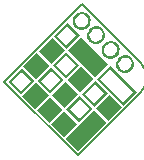
<source format=gto>
%TF.GenerationSoftware,KiCad,Pcbnew,(5.99.0-12610-g07e01e6297)*%
%TF.CreationDate,2021-11-07T21:17:50+00:00*%
%TF.ProjectId,Envoy-Switchplate,456e766f-792d-4537-9769-746368706c61,rev?*%
%TF.SameCoordinates,Original*%
%TF.FileFunction,Legend,Top*%
%TF.FilePolarity,Positive*%
%FSLAX46Y46*%
G04 Gerber Fmt 4.6, Leading zero omitted, Abs format (unit mm)*
G04 Created by KiCad (PCBNEW (5.99.0-12610-g07e01e6297)) date 2021-11-07 21:17:50*
%MOMM*%
%LPD*%
G01*
G04 APERTURE LIST*
%ADD10C,0.150000*%
G04 APERTURE END LIST*
D10*
%TO.C,G\u002A\u002A\u002A*%
X170014826Y-149976777D02*
X176237365Y-156199316D01*
X176237365Y-156199316D02*
X181519453Y-150917229D01*
X170014826Y-149976777D02*
X176590919Y-143400684D01*
X176590919Y-143400684D02*
X181526524Y-148336289D01*
X181526524Y-150910157D02*
G75*
G03*
X181526524Y-148336289I-1286934J1286934D01*
G01*
G36*
X176179626Y-153546365D02*
G01*
X175050207Y-154675784D01*
X173975882Y-153601459D01*
X175105301Y-152472040D01*
X176179626Y-153546365D01*
G37*
G36*
X176262265Y-151039606D02*
G01*
X175132847Y-152169025D01*
X174058522Y-151094700D01*
X175187940Y-149965281D01*
X176262265Y-151039606D01*
G37*
G36*
X176400000Y-151177341D02*
G01*
X177474325Y-152251666D01*
X176344906Y-153381084D01*
X175270581Y-152306759D01*
X175546049Y-152306759D01*
X176344906Y-153105617D01*
X177198857Y-152251666D01*
X176400000Y-151452808D01*
X175546049Y-152306759D01*
X175270581Y-152306759D01*
X176400000Y-151177341D01*
G37*
G36*
X175270581Y-147458523D02*
G01*
X176344906Y-148532848D01*
X175215488Y-149662266D01*
X174141163Y-148587941D01*
X174416631Y-148587941D01*
X175215488Y-149386799D01*
X176069439Y-148532848D01*
X175270581Y-147733990D01*
X174416631Y-148587941D01*
X174141163Y-148587941D01*
X175270581Y-147458523D01*
G37*
G36*
X173838148Y-148615489D02*
G01*
X172708729Y-149744907D01*
X171634404Y-148670581D01*
X172763822Y-147541163D01*
X173838148Y-148615489D01*
G37*
G36*
X178824118Y-148477754D02*
G01*
X177694699Y-149607173D01*
X175408315Y-147320789D01*
X176537734Y-146191370D01*
X178824118Y-148477754D01*
G37*
G36*
X178658837Y-153436178D02*
G01*
X176234719Y-155860296D01*
X175160394Y-154785971D01*
X177584512Y-152361853D01*
X178658837Y-153436178D01*
G37*
G36*
X178961852Y-148615489D02*
G01*
X181220689Y-150874326D01*
X180091271Y-152003744D01*
X177832434Y-149744907D01*
X178107901Y-149744907D01*
X180091271Y-151728277D01*
X180945222Y-150874326D01*
X178961852Y-148890956D01*
X178107901Y-149744907D01*
X177832434Y-149744907D01*
X178961852Y-148615489D01*
G37*
G36*
X177149981Y-146497331D02*
G01*
X177050515Y-146275121D01*
X177023010Y-146038022D01*
X177028557Y-146008542D01*
X177223197Y-146008542D01*
X177236869Y-146191446D01*
X177321150Y-146360974D01*
X177372496Y-146419896D01*
X177538693Y-146538684D01*
X177719698Y-146584120D01*
X177904906Y-146556509D01*
X178083712Y-146456151D01*
X178149015Y-146397765D01*
X178270288Y-146241397D01*
X178321167Y-146118069D01*
X178330131Y-145934498D01*
X178275210Y-145765397D01*
X178169464Y-145623164D01*
X178025946Y-145520197D01*
X177857711Y-145468892D01*
X177677818Y-145481649D01*
X177657303Y-145487677D01*
X177549988Y-145541251D01*
X177435558Y-145626097D01*
X177405458Y-145654207D01*
X177279579Y-145825163D01*
X177223197Y-146008542D01*
X177028557Y-146008542D01*
X177067563Y-145801254D01*
X177144402Y-145639392D01*
X177293690Y-145464756D01*
X177484984Y-145343582D01*
X177701503Y-145279562D01*
X177926465Y-145276393D01*
X178143089Y-145337767D01*
X178247192Y-145396638D01*
X178392141Y-145540231D01*
X178487595Y-145727842D01*
X178529592Y-145940269D01*
X178514171Y-146158306D01*
X178444016Y-146350783D01*
X178370787Y-146478797D01*
X178306158Y-146562198D01*
X178224511Y-146626370D01*
X178100228Y-146696699D01*
X178088789Y-146702761D01*
X177894065Y-146768067D01*
X177682963Y-146776884D01*
X177476168Y-146733738D01*
X177294364Y-146643156D01*
X177221091Y-146571301D01*
X177158237Y-146509665D01*
X177149981Y-146497331D01*
G37*
G36*
X173975882Y-148753222D02*
G01*
X175050207Y-149827547D01*
X173920788Y-150956966D01*
X172846463Y-149882641D01*
X173121931Y-149882641D01*
X173920788Y-150681498D01*
X174774739Y-149827547D01*
X173975882Y-149028690D01*
X173121931Y-149882641D01*
X172846463Y-149882641D01*
X173975882Y-148753222D01*
G37*
G36*
X175132848Y-147320789D02*
G01*
X174003429Y-148450207D01*
X172929103Y-147375882D01*
X174058522Y-146246463D01*
X175132848Y-147320789D01*
G37*
G36*
X179601646Y-148948996D02*
G01*
X179502179Y-148726786D01*
X179474675Y-148489687D01*
X179480222Y-148460207D01*
X179674863Y-148460207D01*
X179688534Y-148643111D01*
X179772815Y-148812639D01*
X179824161Y-148871561D01*
X179990357Y-148990349D01*
X180171363Y-149035785D01*
X180356571Y-149008174D01*
X180535377Y-148907817D01*
X180600680Y-148849430D01*
X180721953Y-148693062D01*
X180772832Y-148569734D01*
X180781796Y-148386163D01*
X180726875Y-148217062D01*
X180621129Y-148074829D01*
X180477611Y-147971862D01*
X180309376Y-147920558D01*
X180129483Y-147933314D01*
X180108968Y-147939343D01*
X180001653Y-147992916D01*
X179887223Y-148077762D01*
X179857123Y-148105873D01*
X179731244Y-148276828D01*
X179674863Y-148460207D01*
X179480222Y-148460207D01*
X179519228Y-148252919D01*
X179596067Y-148091057D01*
X179745355Y-147916421D01*
X179936648Y-147795246D01*
X180153168Y-147731227D01*
X180378130Y-147728058D01*
X180594754Y-147789432D01*
X180698857Y-147848303D01*
X180843806Y-147991896D01*
X180939260Y-148179507D01*
X180981257Y-148391934D01*
X180965836Y-148609971D01*
X180895681Y-148802448D01*
X180822452Y-148930462D01*
X180757823Y-149013863D01*
X180676176Y-149078035D01*
X180551893Y-149148364D01*
X180540455Y-149154426D01*
X180345730Y-149219732D01*
X180134628Y-149228548D01*
X179927834Y-149185403D01*
X179746029Y-149094821D01*
X179672756Y-149022966D01*
X179609901Y-148961329D01*
X179601646Y-148948996D01*
G37*
G36*
X173755508Y-151122247D02*
G01*
X172626088Y-152251666D01*
X171551763Y-151177341D01*
X172681183Y-150047922D01*
X173755508Y-151122247D01*
G37*
G36*
X177556965Y-149744906D02*
G01*
X176427547Y-150874325D01*
X175353222Y-149800000D01*
X176482640Y-148670581D01*
X177556965Y-149744906D01*
G37*
G36*
X179953537Y-152141478D02*
G01*
X178824118Y-153270897D01*
X177749793Y-152196572D01*
X178879212Y-151067153D01*
X179953537Y-152141478D01*
G37*
G36*
X177694700Y-149882641D02*
G01*
X178769025Y-150956966D01*
X177639606Y-152086385D01*
X176565281Y-151012060D01*
X176840749Y-151012060D01*
X177639606Y-151810917D01*
X178493557Y-150956966D01*
X177694700Y-150158109D01*
X176840749Y-151012060D01*
X176565281Y-151012060D01*
X177694700Y-149882641D01*
G37*
G36*
X175937921Y-145285272D02*
G01*
X175838455Y-145063062D01*
X175816290Y-144871995D01*
X176008189Y-144871995D01*
X176055338Y-145047642D01*
X176157977Y-145202189D01*
X176305762Y-145316895D01*
X176390150Y-145352441D01*
X176573409Y-145371595D01*
X176756950Y-145317504D01*
X176928692Y-145193852D01*
X176936956Y-145185706D01*
X177058229Y-145029338D01*
X177109108Y-144906009D01*
X177118071Y-144722439D01*
X177063152Y-144553338D01*
X176957405Y-144411105D01*
X176813887Y-144308138D01*
X176645652Y-144256834D01*
X176465759Y-144269590D01*
X176445244Y-144275619D01*
X176302497Y-144351762D01*
X176164985Y-144475206D01*
X176060102Y-144618557D01*
X176026870Y-144693993D01*
X176008189Y-144871995D01*
X175816290Y-144871995D01*
X175810950Y-144825962D01*
X175855504Y-144589195D01*
X175932343Y-144427333D01*
X176081631Y-144252696D01*
X176272924Y-144131522D01*
X176489444Y-144067503D01*
X176714406Y-144064334D01*
X176931029Y-144125708D01*
X177035133Y-144184579D01*
X177180082Y-144328172D01*
X177275536Y-144515783D01*
X177317533Y-144728210D01*
X177302112Y-144946247D01*
X177231956Y-145138724D01*
X177158728Y-145266738D01*
X177094099Y-145350139D01*
X177012452Y-145414312D01*
X176888168Y-145484639D01*
X176876731Y-145490702D01*
X176682005Y-145556007D01*
X176470904Y-145564824D01*
X176264110Y-145521679D01*
X176082305Y-145431097D01*
X176004939Y-145355228D01*
X175946177Y-145297605D01*
X175937921Y-145285272D01*
G37*
G36*
X175325674Y-144979311D02*
G01*
X176400000Y-146053637D01*
X175270581Y-147183055D01*
X175132847Y-147045321D01*
X174196257Y-146108730D01*
X174471724Y-146108730D01*
X175270581Y-146907587D01*
X176124532Y-146053636D01*
X175325675Y-145254779D01*
X174471724Y-146108730D01*
X174196257Y-146108730D01*
X174196256Y-146108729D01*
X175325674Y-144979311D01*
G37*
G36*
X171469123Y-148835862D02*
G01*
X172543449Y-149910188D01*
X171414030Y-151039607D01*
X170339704Y-149965281D01*
X170615173Y-149965281D01*
X171414030Y-150764138D01*
X172267980Y-149910188D01*
X171469123Y-149111331D01*
X170615173Y-149965281D01*
X170339704Y-149965281D01*
X171469123Y-148835862D01*
G37*
G36*
X174967566Y-152334305D02*
G01*
X173838147Y-153463725D01*
X172763822Y-152389400D01*
X173893241Y-151259980D01*
X174967566Y-152334305D01*
G37*
G36*
X178389586Y-147736937D02*
G01*
X178290120Y-147514727D01*
X178262615Y-147277627D01*
X178268162Y-147248148D01*
X178462803Y-147248148D01*
X178476475Y-147431052D01*
X178560756Y-147600580D01*
X178612102Y-147659502D01*
X178778299Y-147778290D01*
X178959304Y-147823726D01*
X179144513Y-147796115D01*
X179323318Y-147695758D01*
X179388621Y-147637371D01*
X179509895Y-147481003D01*
X179560773Y-147357674D01*
X179569736Y-147174104D01*
X179514817Y-147005003D01*
X179409070Y-146862770D01*
X179265552Y-146759803D01*
X179097318Y-146708499D01*
X178917424Y-146721255D01*
X178896909Y-146727284D01*
X178789595Y-146780857D01*
X178675164Y-146865703D01*
X178645064Y-146893814D01*
X178519185Y-147064768D01*
X178462803Y-147248148D01*
X178268162Y-147248148D01*
X178307170Y-147040860D01*
X178384008Y-146878998D01*
X178533296Y-146704361D01*
X178724590Y-146583187D01*
X178941109Y-146519168D01*
X179166071Y-146515999D01*
X179382694Y-146577373D01*
X179486798Y-146636244D01*
X179631747Y-146779837D01*
X179727201Y-146967448D01*
X179769198Y-147179875D01*
X179753777Y-147397912D01*
X179683621Y-147590389D01*
X179610393Y-147718403D01*
X179545764Y-147801804D01*
X179464116Y-147865976D01*
X179339833Y-147936304D01*
X179328396Y-147942368D01*
X179133671Y-148007672D01*
X178922569Y-148016489D01*
X178715774Y-147973343D01*
X178533970Y-147882762D01*
X178460697Y-147810907D01*
X178397843Y-147749270D01*
X178389586Y-147736937D01*
G37*
%TD*%
M02*

</source>
